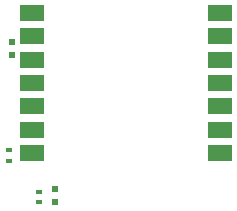
<source format=gtp>
G04 #@! TF.GenerationSoftware,KiCad,Pcbnew,no-vcs-found-8f3423b~58~ubuntu16.04.1*
G04 #@! TF.CreationDate,2017-03-29T18:22:16+03:00*
G04 #@! TF.ProjectId,minimal_node_rfm69w,6D696E696D616C5F6E6F64655F72666D,rev?*
G04 #@! TF.FileFunction,Paste,Top*
G04 #@! TF.FilePolarity,Positive*
%FSLAX46Y46*%
G04 Gerber Fmt 4.6, Leading zero omitted, Abs format (unit mm)*
G04 Created by KiCad (PCBNEW no-vcs-found-8f3423b~58~ubuntu16.04.1) date Wed Mar 29 18:22:16 2017*
%MOMM*%
%LPD*%
G01*
G04 APERTURE LIST*
%ADD10C,0.100000*%
%ADD11R,0.500000X0.600000*%
%ADD12R,0.600000X0.400000*%
%ADD13R,1.998980X1.399540*%
G04 APERTURE END LIST*
D10*
D11*
X143200000Y-70750000D03*
X143200000Y-69650000D03*
X139500000Y-58250000D03*
X139500000Y-57150000D03*
D12*
X141800000Y-70750000D03*
X141800000Y-69850000D03*
X139300000Y-66350000D03*
X139300000Y-67250000D03*
D13*
X141247485Y-54696443D03*
X141219545Y-56697963D03*
X141219545Y-58696943D03*
X141219545Y-60647663D03*
X141219545Y-62598383D03*
X141219545Y-64597363D03*
X141219545Y-66598883D03*
X157119945Y-66598883D03*
X157119945Y-64597363D03*
X157119945Y-62598383D03*
X157119945Y-60647663D03*
X157119945Y-58696943D03*
X157119945Y-56697963D03*
X157119945Y-54696443D03*
M02*

</source>
